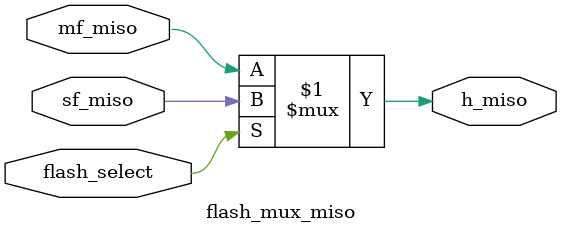
<source format=v>
`timescale 1ns/1ps

module flash_mux_miso (
    // Flash MISO inputs
    input  wire mf_miso,         // Main Flash MISO
    input  wire sf_miso,         // Secondary Flash MISO
    
    // Control signal
    input  wire flash_select,    // 0: Main Flash, 1: Secondary Flash
    
    // Host MISO output
    output wire h_miso           // MISO to host
);

    // Simple combinational mux
    // The instruction decoder already handles all the logic for:
    // - Read command detection
    // - Address range comparison
    // - Determining which flash to select
    // So we just need a simple mux here
    assign h_miso = flash_select ? sf_miso : mf_miso;

endmodule
</source>
